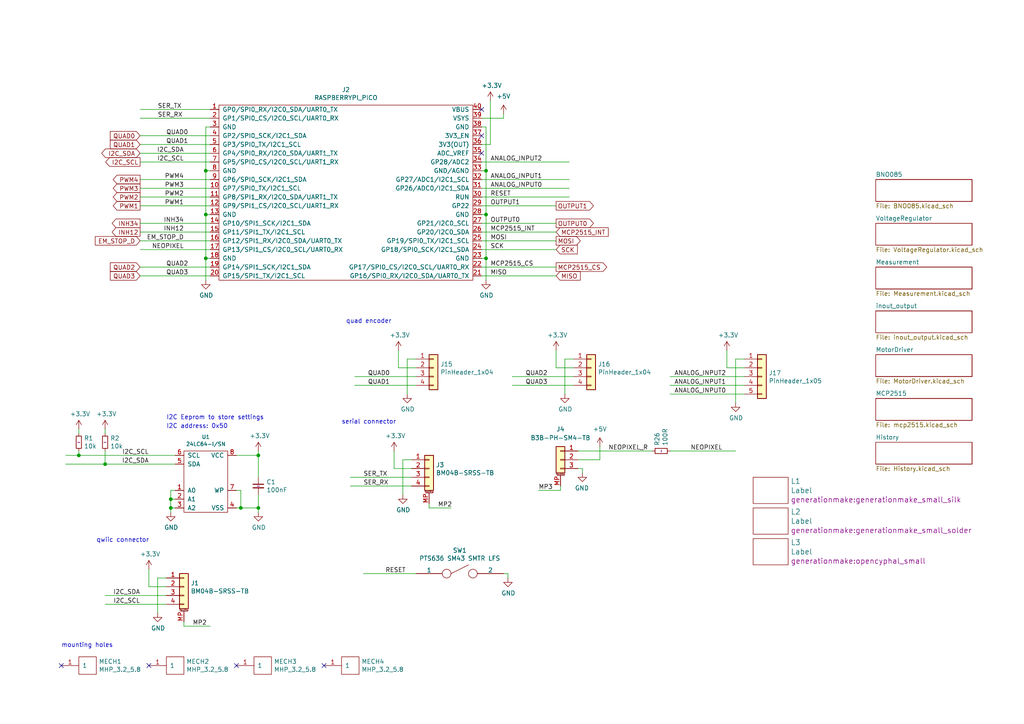
<source format=kicad_sch>
(kicad_sch (version 20211123) (generator eeschema)
  (paper "A4")
  (title_block (title "CyphalRobotController07/CAN") (date "2023-12-03") (rev "0.2") (company "generationmake"))
  (lib_symbols
    (symbol "Connector_Generic:Conn_01x04" (pin_names (offset 1.016) hide)
      (property "Reference" "J" (at 0 5.08 0))
      (property "Value" "Conn_01x04" (at 0 -7.62 0))
      (symbol "Conn_01x04_1_1"
        (rectangle (start -1.27 -4.953) (end 0 -5.207) (stroke (width 0.1524)))
        (rectangle (start -1.27 -2.413) (end 0 -2.667) (stroke (width 0.1524)))
        (rectangle (start -1.27 0.127) (end 0 -0.127) (stroke (width 0.1524)))
        (rectangle (start -1.27 2.667) (end 0 2.413) (stroke (width 0.1524)))
        (rectangle (start -1.27 3.81) (end 1.27 -6.35) (stroke (width 0.254)) (fill (type background)))
        (pin passive line (at -5.08 2.54 0) (length 3.81) (name "Pin_1") (number "1"))
        (pin passive line (at -5.08 0 0) (length 3.81) (name "Pin_2") (number "2"))
        (pin passive line (at -5.08 -2.54 0) (length 3.81) (name "Pin_3") (number "3"))
        (pin passive line (at -5.08 -5.08 0) (length 3.81) (name "Pin_4") (number "4"))
      )
    )
    (symbol "Connector_Generic:Conn_01x05" (pin_names (offset 1.016) hide)
      (property "Reference" "J" (at 0 7.62 0))
      (property "Value" "Conn_01x05" (at 0 -7.62 0))
      (symbol "Conn_01x05_1_1"
        (rectangle (start -1.27 -4.953) (end 0 -5.207) (stroke (width 0.1524)))
        (rectangle (start -1.27 -2.413) (end 0 -2.667) (stroke (width 0.1524)))
        (rectangle (start -1.27 0.127) (end 0 -0.127) (stroke (width 0.1524)))
        (rectangle (start -1.27 2.667) (end 0 2.413) (stroke (width 0.1524)))
        (rectangle (start -1.27 5.207) (end 0 4.953) (stroke (width 0.1524)))
        (rectangle (start -1.27 6.35) (end 1.27 -6.35) (stroke (width 0.254)) (fill (type background)))
        (pin passive line (at -5.08 5.08 0) (length 3.81) (name "Pin_1") (number "1"))
        (pin passive line (at -5.08 2.54 0) (length 3.81) (name "Pin_2") (number "2"))
        (pin passive line (at -5.08 0 0) (length 3.81) (name "Pin_3") (number "3"))
        (pin passive line (at -5.08 -2.54 0) (length 3.81) (name "Pin_4") (number "4"))
        (pin passive line (at -5.08 -5.08 0) (length 3.81) (name "Pin_5") (number "5"))
      )
    )
    (symbol "Connector_Generic_MountingPin:Conn_01x03_MountingPin" (pin_names (offset 1.016) hide)
      (property "Reference" "J" (at 0 5.08 0))
      (property "Value" "Conn_01x03_MountingPin" (at 1.27 -5.08 0))
      (symbol "Conn_01x03_MountingPin_1_1"
        (rectangle (start -1.27 -2.413) (end 0 -2.667) (stroke (width 0.1524)))
        (rectangle (start -1.27 0.127) (end 0 -0.127) (stroke (width 0.1524)))
        (rectangle (start -1.27 2.667) (end 0 2.413) (stroke (width 0.1524)))
        (rectangle (start -1.27 3.81) (end 1.27 -3.81) (stroke (width 0.254)) (fill (type background)))
        (polyline (pts (xy -1.016 -4.572) (xy 1.016 -4.572)) (stroke (width 0.1524)))
        (text "Mounting" (at 0 -4.191 0) (effects (font (size 0.381 0.381))))
        (pin passive line (at -5.08 2.54 0) (length 3.81) (name "Pin_1") (number "1"))
        (pin passive line (at -5.08 0 0) (length 3.81) (name "Pin_2") (number "2"))
        (pin passive line (at -5.08 -2.54 0) (length 3.81) (name "Pin_3") (number "3"))
        (pin passive line (at 0 -7.62 90) (length 3.048) (name "MountPin") (number "MP"))
      )
    )
    (symbol "Connector_Generic_MountingPin:Conn_01x04_MountingPin" (pin_names (offset 1.016) hide)
      (property "Reference" "J" (at 0 5.08 0))
      (property "Value" "Conn_01x04_MountingPin" (at 1.27 -7.62 0))
      (symbol "Conn_01x04_MountingPin_1_1"
        (rectangle (start -1.27 -4.953) (end 0 -5.207) (stroke (width 0.1524)))
        (rectangle (start -1.27 -2.413) (end 0 -2.667) (stroke (width 0.1524)))
        (rectangle (start -1.27 0.127) (end 0 -0.127) (stroke (width 0.1524)))
        (rectangle (start -1.27 2.667) (end 0 2.413) (stroke (width 0.1524)))
        (rectangle (start -1.27 3.81) (end 1.27 -6.35) (stroke (width 0.254)) (fill (type background)))
        (polyline (pts (xy -1.016 -7.112) (xy 1.016 -7.112)) (stroke (width 0.1524)))
        (text "Mounting" (at 0 -6.731 0) (effects (font (size 0.381 0.381))))
        (pin passive line (at -5.08 2.54 0) (length 3.81) (name "Pin_1") (number "1"))
        (pin passive line (at -5.08 0 0) (length 3.81) (name "Pin_2") (number "2"))
        (pin passive line (at -5.08 -2.54 0) (length 3.81) (name "Pin_3") (number "3"))
        (pin passive line (at -5.08 -5.08 0) (length 3.81) (name "Pin_4") (number "4"))
        (pin passive line (at 0 -10.16 90) (length 3.048) (name "MountPin") (number "MP"))
      )
    )
    (symbol "Device:C_Small" (pin_numbers hide) (pin_names (offset 0.254) hide)
      (property "Reference" "C" (at 0.254 1.778 0))
      (property "Value" "C_Small" (at 0.254 -2.032 0))
      (symbol "C_Small_0_1"
        (polyline (pts (xy -1.524 -0.508) (xy 1.524 -0.508)) (stroke (width 0.3302)))
        (polyline (pts (xy -1.524 0.508) (xy 1.524 0.508)) (stroke (width 0.3048)))
      )
      (symbol "C_Small_1_1"
        (pin passive line (at 0 2.54 270) (length 2.032) (name "~") (number "1"))
        (pin passive line (at 0 -2.54 90) (length 2.032) (name "~") (number "2"))
      )
    )
    (symbol "Device:R_Small" (pin_numbers hide) (pin_names (offset 0.254) hide)
      (property "Reference" "R" (at 0.762 0.508 0))
      (property "Value" "R_Small" (at 0.762 -1.016 0))
      (symbol "R_Small_0_1"
        (rectangle (start -0.762 1.778) (end 0.762 -1.778) (stroke (width 0.2032)))
      )
      (symbol "R_Small_1_1"
        (pin passive line (at 0 2.54 270) (length 0.762) (name "~") (number "1"))
        (pin passive line (at 0 -2.54 90) (length 0.762) (name "~") (number "2"))
      )
    )
    (symbol "OpenCyphalPicoBase-rescue:24LC64-IC_interface_i2c" (pin_names (offset 1.016))
      (property "Reference" "U" (at 0 10.16 0))
      (property "Value" "24LC64-IC_interface_i2c" (at 0 -10.16 0))
      (symbol "24LC64-IC_interface_i2c_0_1"
        (rectangle (start -6.35 8.89) (end 6.35 -8.89))
      )
      (symbol "24LC64-IC_interface_i2c_1_1"
        (pin input line (at -8.89 -2.54 0) (length 2.54) (name "A0") (number "1"))
        (pin input line (at -8.89 -5.08 0) (length 2.54) (name "A1") (number "2"))
        (pin input line (at -8.89 -7.62 0) (length 2.54) (name "A2") (number "3"))
        (pin input line (at 8.89 -7.62 180) (length 2.54) (name "VSS") (number "4"))
        (pin input line (at -8.89 5.08 0) (length 2.54) (name "SDA") (number "5"))
        (pin input line (at -8.89 7.62 0) (length 2.54) (name "SCL") (number "6"))
        (pin input line (at 8.89 -2.54 180) (length 2.54) (name "WP") (number "7"))
        (pin input line (at 8.89 7.62 180) (length 2.54) (name "VCC") (number "8"))
      )
    )
    (symbol "OpenCyphalPicoBase-rescue:Label-devices" (pin_names (offset 1.016))
      (property "Reference" "L" (at 0 5.08 0))
      (property "Value" "Label-devices" (at 0 0 0))
      (symbol "Label-devices_0_1"
        (rectangle (start -5.08 3.81) (end 5.08 -3.81))
      )
    )
    (symbol "OpenCyphalPicoBase-rescue:MHP_3.2_5.8-MECH_mounting-holes" (pin_names (offset 1.016))
      (property "Reference" "MECH" (at 0 3.81 0))
      (property "Value" "MHP_3.2_5.8-MECH_mounting-holes" (at 1.27 -3.81 0))
      (symbol "MHP_3.2_5.8-MECH_mounting-holes_1_1"
        (rectangle (start -2.54 2.54) (end 2.54 -2.54))
        (pin bidirectional line (at -7.62 0 0) (length 5.08) (name "1") (number "1"))
      )
    )
    (symbol "OpenCyphalPicoBase-rescue:RASPBERRYPI_PICO-MODULE_compute" (pin_names (offset 1.016))
      (property "Reference" "CN" (at 0 26.67 0))
      (property "Value" "RASPBERRYPI_PICO-MODULE_compute" (at 0 -26.67 0))
      (symbol "RASPBERRYPI_PICO-MODULE_compute_0_1"
        (rectangle (start -36.83 25.4) (end 36.83 -25.4))
      )
      (symbol "RASPBERRYPI_PICO-MODULE_compute_1_1"
        (pin input line (at -39.37 24.13 0) (length 2.54) (name "GP0/SPI0_RX/I2C0_SDA/UART0_TX") (number "1"))
        (pin input line (at -39.37 1.27 0) (length 2.54) (name "GP7/SPI0_TX/I2C1_SCL") (number "10"))
        (pin input line (at -39.37 -1.27 0) (length 2.54) (name "GP8/SPI1_RX/I2C0_SDA/UART1_TX") (number "11"))
        (pin input line (at -39.37 -3.81 0) (length 2.54) (name "GP9/SPI1_CS/I2C0_SCL/UART1_RX") (number "12"))
        (pin input line (at -39.37 -6.35 0) (length 2.54) (name "GND") (number "13"))
        (pin input line (at -39.37 -8.89 0) (length 2.54) (name "GP10/SPI1_SCK/I2C1_SDA") (number "14"))
        (pin input line (at -39.37 -11.43 0) (length 2.54) (name "GP11/SPI1_TX/I2C1_SCL") (number "15"))
        (pin input line (at -39.37 -13.97 0) (length 2.54) (name "GP12/SPI1_RX/I2C0_SDA/UART0_TX") (number "16"))
        (pin input line (at -39.37 -16.51 0) (length 2.54) (name "GP13/SPI1_CS/I2C0_SCL/UART0_RX") (number "17"))
        (pin input line (at -39.37 -19.05 0) (length 2.54) (name "GND") (number "18"))
        (pin input line (at -39.37 -21.59 0) (length 2.54) (name "GP14/SPI1_SCK/I2C1_SDA") (number "19"))
        (pin input line (at -39.37 21.59 0) (length 2.54) (name "GP1/SPI0_CS/I2C0_SCL/UART0_RX") (number "2"))
        (pin input line (at -39.37 -24.13 0) (length 2.54) (name "GP15/SPI1_TX/I2C1_SCL") (number "20"))
        (pin input line (at 39.37 -24.13 180) (length 2.54) (name "GP16/SPI0_RX/I2C0_SDA/UART0_TX") (number "21"))
        (pin input line (at 39.37 -21.59 180) (length 2.54) (name "GP17/SPI0_CS/I2C0_SCL/UART0_RX") (number "22"))
        (pin input line (at 39.37 -19.05 180) (length 2.54) (name "GND") (number "23"))
        (pin input line (at 39.37 -16.51 180) (length 2.54) (name "GP18/SPI0_SCK/I2C1_SDA") (number "24"))
        (pin input line (at 39.37 -13.97 180) (length 2.54) (name "GP19/SPI0_TX/I2C1_SCL") (number "25"))
        (pin input line (at 39.37 -11.43 180) (length 2.54) (name "GP20/I2C0_SDA") (number "26"))
        (pin input line (at 39.37 -8.89 180) (length 2.54) (name "GP21/I2C0_SCL") (number "27"))
        (pin input line (at 39.37 -6.35 180) (length 2.54) (name "GND") (number "28"))
        (pin input line (at 39.37 -3.81 180) (length 2.54) (name "GP22") (number "29"))
        (pin input line (at -39.37 19.05 0) (length 2.54) (name "GND") (number "3"))
        (pin input line (at 39.37 -1.27 180) (length 2.54) (name "RUN") (number "30"))
        (pin input line (at 39.37 1.27 180) (length 2.54) (name "GP26/ADC0/I2C1_SDA") (number "31"))
        (pin input line (at 39.37 3.81 180) (length 2.54) (name "GP27/ADC1/I2C1_SCL") (number "32"))
        (pin input line (at 39.37 6.35 180) (length 2.54) (name "GND/AGND") (number "33"))
        (pin input line (at 39.37 8.89 180) (length 2.54) (name "GP28/ADC2") (number "34"))
        (pin input line (at 39.37 11.43 180) (length 2.54) (name "ADC_VREF") (number "35"))
        (pin input line (at 39.37 13.97 180) (length 2.54) (name "3V3(OUT)") (number "36"))
        (pin input line (at 39.37 16.51 180) (length 2.54) (name "3V3_EN") (number "37"))
        (pin input line (at 39.37 19.05 180) (length 2.54) (name "GND") (number "38"))
        (pin input line (at 39.37 21.59 180) (length 2.54) (name "VSYS") (number "39"))
        (pin input line (at -39.37 16.51 0) (length 2.54) (name "GP2/SPI0_SCK/I2C1_SDA") (number "4"))
        (pin input line (at 39.37 24.13 180) (length 2.54) (name "VBUS") (number "40"))
        (pin input line (at -39.37 13.97 0) (length 2.54) (name "GP3/SPI0_TX/I2C1_SCL") (number "5"))
        (pin input line (at -39.37 11.43 0) (length 2.54) (name "GP4/SPI0_RX/I2C0_SDA/UART1_TX") (number "6"))
        (pin input line (at -39.37 8.89 0) (length 2.54) (name "GP5/SPI0_CS/I2C0_SCL/UART1_RX") (number "7"))
        (pin input line (at -39.37 6.35 0) (length 2.54) (name "GND") (number "8"))
        (pin input line (at -39.37 3.81 0) (length 2.54) (name "GP6/SPI0_SCK/I2C1_SDA") (number "9"))
      )
    )
    (symbol "OpenCyphalPicoBase-rescue:SPST-devices" (pin_numbers hide) (pin_names (offset 0))
      (property "Reference" "SW" (at 0 2.54 0))
      (property "Value" "SPST-devices" (at 0 -2.54 0))
      (symbol "SPST-devices_0_0"
        (circle (center -3.81 0) (radius 1.27))
        (polyline (pts (xy -2.54 0) (xy 2.54 2.54)))
        (circle (center 3.81 0) (radius 1.27))
      )
      (symbol "SPST-devices_1_1"
        (pin input line (at -12.7 0 0) (length 7.62) (name "1") (number "1"))
        (pin input line (at 12.7 0 180) (length 7.62) (name "2") (number "2"))
      )
    )
    (symbol "power:+3.3V" (power) (pin_names (offset 0))
      (property "Value" "+3.3V" (at 0 3.556 0))
      (symbol "+3.3V_0_1"
        (polyline (pts (xy -0.762 1.27) (xy 0 2.54)))
        (polyline (pts (xy 0 0) (xy 0 2.54)))
        (polyline (pts (xy 0 2.54) (xy 0.762 1.27)))
      )
      (symbol "+3.3V_1_1"
        (pin power_in line (at 0 0 90) (length 0) hide (name "+3.3V") (number "1"))
      )
    )
    (symbol "power:+5V" (power) (pin_names (offset 0))
      (property "Value" "+5V" (at 0 3.556 0))
      (symbol "+5V_0_1"
        (polyline (pts (xy -0.762 1.27) (xy 0 2.54)))
        (polyline (pts (xy 0 0) (xy 0 2.54)))
        (polyline (pts (xy 0 2.54) (xy 0.762 1.27)))
      )
      (symbol "+5V_1_1"
        (pin power_in line (at 0 0 90) (length 0) hide (name "+5V") (number "1"))
      )
    )
    (symbol "power:GND" (power) (pin_names (offset 0))
      (property "Value" "GND" (at 0 -3.81 0))
      (symbol "GND_0_1"
        (polyline (pts (xy 0 0) (xy 0 -1.27) (xy 1.27 -1.27) (xy 0 -2.54) (xy -1.27 -1.27) (xy 0 -1.27)))
      )
      (symbol "GND_1_1"
        (pin power_in line (at 0 0 270) (length 0) hide (name "GND") (number "1"))
      )
    )
  )
  (junction (at 30.48 134.62))
  (junction (at 74.93 147.32))
  (junction (at 140.97 62.23))
  (junction (at 59.69 74.93))
  (junction (at 49.53 147.32))
  (junction (at 22.86 132.08))
  (junction (at 74.93 132.08))
  (junction (at 140.97 74.93))
  (junction (at 140.97 49.53))
  (junction (at 49.53 144.78))
  (junction (at 69.85 147.32))
  (junction (at 59.69 62.23))
  (junction (at 59.69 49.53))
  (no_connect (at 139.7 44.45))
  (no_connect (at 93.98 193.04))
  (no_connect (at 17.78 193.04))
  (no_connect (at 139.7 39.37))
  (no_connect (at 43.18 193.04))
  (no_connect (at 139.7 31.75))
  (no_connect (at 68.58 193.04))
  (wire (pts (xy 140.97 74.93) (xy 140.97 81.28)))
  (wire (pts (xy 50.8 142.24) (xy 49.53 142.24)))
  (wire (pts (xy 163.83 104.14) (xy 163.83 114.3)))
  (wire (pts (xy 30.48 175.26) (xy 48.26 175.26)))
  (wire (pts (xy 48.26 167.64) (xy 45.72 167.64)))
  (wire (pts (xy 22.86 124.46) (xy 22.86 125.73)))
  (wire (pts (xy 101.6 138.43) (xy 119.38 138.43)))
  (wire (pts (xy 74.93 147.32) (xy 74.93 148.59)))
  (wire (pts (xy 69.85 147.32) (xy 74.93 147.32)))
  (wire (pts (xy 45.72 167.64) (xy 45.72 177.8)))
  (wire (pts (xy 40.64 77.47) (xy 60.96 77.47)))
  (wire (pts (xy 166.37 106.68) (xy 161.29 106.68)))
  (wire (pts (xy 40.64 46.99) (xy 60.96 46.99)))
  (wire (pts (xy 30.48 134.62) (xy 50.8 134.62)))
  (wire (pts (xy 68.58 147.32) (xy 69.85 147.32)))
  (wire (pts (xy 40.64 59.69) (xy 60.96 59.69)))
  (wire (pts (xy 22.86 132.08) (xy 50.8 132.08)))
  (wire (pts (xy 50.8 144.78) (xy 49.53 144.78)))
  (wire (pts (xy 40.64 34.29) (xy 60.96 34.29)))
  (wire (pts (xy 49.53 142.24) (xy 49.53 144.78)))
  (wire (pts (xy 140.97 49.53) (xy 140.97 62.23)))
  (wire (pts (xy 161.29 67.31) (xy 139.7 67.31)))
  (wire (pts (xy 59.69 36.83) (xy 59.69 49.53)))
  (wire (pts (xy 120.65 104.14) (xy 118.11 104.14)))
  (wire (pts (xy 139.7 36.83) (xy 140.97 36.83)))
  (wire (pts (xy 60.96 181.61) (xy 53.34 181.61)))
  (wire (pts (xy 74.93 132.08) (xy 74.93 138.43)))
  (wire (pts (xy 162.56 142.24) (xy 162.56 140.97)))
  (wire (pts (xy 59.69 74.93) (xy 59.69 81.28)))
  (wire (pts (xy 140.97 36.83) (xy 140.97 49.53)))
  (wire (pts (xy 161.29 80.01) (xy 139.7 80.01)))
  (wire (pts (xy 69.85 142.24) (xy 69.85 147.32)))
  (wire (pts (xy 59.69 62.23) (xy 59.69 74.93)))
  (wire (pts (xy 189.23 130.81) (xy 167.64 130.81)))
  (wire (pts (xy 102.87 111.76) (xy 120.65 111.76)))
  (wire (pts (xy 118.11 104.14) (xy 118.11 114.3)))
  (wire (pts (xy 40.64 44.45) (xy 60.96 44.45)))
  (wire (pts (xy 119.38 133.35) (xy 116.84 133.35)))
  (wire (pts (xy 148.59 111.76) (xy 166.37 111.76)))
  (wire (pts (xy 114.3 135.89) (xy 114.3 130.81)))
  (wire (pts (xy 43.18 170.18) (xy 43.18 165.1)))
  (wire (pts (xy 215.9 106.68) (xy 210.82 106.68)))
  (wire (pts (xy 215.9 104.14) (xy 213.36 104.14)))
  (wire (pts (xy 139.7 49.53) (xy 140.97 49.53)))
  (wire (pts (xy 139.7 41.91) (xy 142.24 41.91)))
  (wire (pts (xy 165.1 52.07) (xy 139.7 52.07)))
  (wire (pts (xy 105.41 166.37) (xy 120.65 166.37)))
  (wire (pts (xy 116.84 133.35) (xy 116.84 143.51)))
  (wire (pts (xy 139.7 54.61) (xy 165.1 54.61)))
  (wire (pts (xy 68.58 142.24) (xy 69.85 142.24)))
  (wire (pts (xy 22.86 130.81) (xy 22.86 132.08)))
  (wire (pts (xy 173.99 133.35) (xy 173.99 129.54)))
  (wire (pts (xy 60.96 36.83) (xy 59.69 36.83)))
  (wire (pts (xy 194.31 109.22) (xy 215.9 109.22)))
  (wire (pts (xy 60.96 49.53) (xy 59.69 49.53)))
  (wire (pts (xy 74.93 130.81) (xy 74.93 132.08)))
  (wire (pts (xy 49.53 147.32) (xy 49.53 148.59)))
  (wire (pts (xy 161.29 106.68) (xy 161.29 101.6)))
  (wire (pts (xy 161.29 72.39) (xy 139.7 72.39)))
  (wire (pts (xy 119.38 135.89) (xy 114.3 135.89)))
  (wire (pts (xy 40.64 41.91) (xy 60.96 41.91)))
  (wire (pts (xy 139.7 59.69) (xy 161.29 59.69)))
  (wire (pts (xy 167.64 135.89) (xy 168.91 135.89)))
  (wire (pts (xy 19.05 134.62) (xy 30.48 134.62)))
  (wire (pts (xy 60.96 62.23) (xy 59.69 62.23)))
  (wire (pts (xy 19.05 132.08) (xy 22.86 132.08)))
  (wire (pts (xy 120.65 106.68) (xy 115.57 106.68)))
  (wire (pts (xy 48.26 170.18) (xy 43.18 170.18)))
  (wire (pts (xy 53.34 181.61) (xy 53.34 180.34)))
  (wire (pts (xy 40.64 67.31) (xy 60.96 67.31)))
  (wire (pts (xy 40.64 52.07) (xy 60.96 52.07)))
  (wire (pts (xy 166.37 104.14) (xy 163.83 104.14)))
  (wire (pts (xy 148.59 109.22) (xy 166.37 109.22)))
  (wire (pts (xy 40.64 64.77) (xy 60.96 64.77)))
  (wire (pts (xy 140.97 62.23) (xy 140.97 74.93)))
  (wire (pts (xy 130.81 147.32) (xy 124.46 147.32)))
  (wire (pts (xy 139.7 74.93) (xy 140.97 74.93)))
  (wire (pts (xy 102.87 109.22) (xy 120.65 109.22)))
  (wire (pts (xy 59.69 49.53) (xy 59.69 62.23)))
  (wire (pts (xy 168.91 135.89) (xy 168.91 137.16)))
  (wire (pts (xy 40.64 39.37) (xy 60.96 39.37)))
  (wire (pts (xy 30.48 172.72) (xy 48.26 172.72)))
  (wire (pts (xy 40.64 72.39) (xy 60.96 72.39)))
  (wire (pts (xy 74.93 143.51) (xy 74.93 147.32)))
  (wire (pts (xy 147.32 166.37) (xy 147.32 167.64)))
  (wire (pts (xy 40.64 31.75) (xy 60.96 31.75)))
  (wire (pts (xy 210.82 106.68) (xy 210.82 101.6)))
  (wire (pts (xy 142.24 41.91) (xy 142.24 29.21)))
  (wire (pts (xy 40.64 54.61) (xy 60.96 54.61)))
  (wire (pts (xy 50.8 147.32) (xy 49.53 147.32)))
  (wire (pts (xy 156.21 142.24) (xy 162.56 142.24)))
  (wire (pts (xy 139.7 34.29) (xy 146.05 34.29)))
  (wire (pts (xy 213.36 104.14) (xy 213.36 116.84)))
  (wire (pts (xy 124.46 147.32) (xy 124.46 146.05)))
  (wire (pts (xy 49.53 144.78) (xy 49.53 147.32)))
  (wire (pts (xy 165.1 57.15) (xy 139.7 57.15)))
  (wire (pts (xy 146.05 166.37) (xy 147.32 166.37)))
  (wire (pts (xy 139.7 62.23) (xy 140.97 62.23)))
  (wire (pts (xy 30.48 130.81) (xy 30.48 134.62)))
  (wire (pts (xy 146.05 34.29) (xy 146.05 33.02)))
  (wire (pts (xy 161.29 77.47) (xy 139.7 77.47)))
  (wire (pts (xy 30.48 124.46) (xy 30.48 125.73)))
  (wire (pts (xy 60.96 74.93) (xy 59.69 74.93)))
  (wire (pts (xy 40.64 57.15) (xy 60.96 57.15)))
  (wire (pts (xy 40.64 69.85) (xy 60.96 69.85)))
  (wire (pts (xy 194.31 114.3) (xy 215.9 114.3)))
  (wire (pts (xy 101.6 140.97) (xy 119.38 140.97)))
  (wire (pts (xy 139.7 64.77) (xy 161.29 64.77)))
  (wire (pts (xy 115.57 106.68) (xy 115.57 101.6)))
  (wire (pts (xy 167.64 133.35) (xy 173.99 133.35)))
  (wire (pts (xy 194.31 111.76) (xy 215.9 111.76)))
  (wire (pts (xy 40.64 80.01) (xy 60.96 80.01)))
  (wire (pts (xy 68.58 132.08) (xy 74.93 132.08)))
  (wire (pts (xy 194.31 130.81) (xy 213.36 130.81)))
  (wire (pts (xy 161.29 69.85) (xy 139.7 69.85)))
  (wire (pts (xy 165.1 46.99) (xy 139.7 46.99)))
  (text "quad encoder" (at 100.33 93.98 0) (effects (font (size 1.27 1.27)) (justify left bottom)))
  (text "serial connector" (at 99.06 123.19 0) (effects (font (size 1.27 1.27)) (justify left bottom)))
  (text "qwiic connector" (at 27.94 157.48 0) (effects (font (size 1.27 1.27)) (justify left bottom)))
  (text "mounting holes" (at 17.78 187.96 0) (effects (font (size 1.27 1.27)) (justify left bottom)))
  (text "I2C address: 0x50" (at 48.26 124.46 0) (effects (font (size 1.27 1.27)) (justify left bottom)))
  (text "I2C Eeprom to store settings" (at 48.26 121.92 0) (effects (font (size 1.27 1.27)) (justify left bottom)))
  (label "ANALOG_INPUT0" (at 142.24 54.61 0))
  (label "RESET" (at 142.24 57.15 0))
  (label "MP3" (at 156.21 142.24 0))
  (label "I2C_SCL" (at 43.18 132.08 180))
  (label "SER_TX" (at 45.72 31.75 0))
  (label "NEOPIXEL" (at 209.55 130.81 180))
  (label "MP2" (at 55.88 181.61 0))
  (label "QUAD1" (at 106.68 111.76 0))
  (label "MOSI" (at 142.24 69.85 0))
  (label "QUAD0" (at 106.68 109.22 0))
  (label "OUTPUT0" (at 142.24 64.77 0))
  (label "ANALOG_INPUT1" (at 142.24 52.07 0))
  (label "SER_RX" (at 45.72 34.29 0))
  (label "I2C_SCL" (at 53.34 46.99 180))
  (label "QUAD2" (at 152.4 109.22 0))
  (label "QUAD1" (at 54.61 41.91 180))
  (label "PWM3" (at 53.34 54.61 180))
  (label "QUAD3" (at 152.4 111.76 0))
  (label "PWM1" (at 53.34 59.69 180))
  (label "ANALOG_INPUT2" (at 142.24 46.99 0))
  (label "OUTPUT1" (at 142.24 59.69 0))
  (label "SER_RX" (at 105.41 140.97 0))
  (label "I2C_SDA" (at 40.64 172.72 180))
  (label "ANALOG_INPUT2" (at 195.58 109.22 0))
  (label "I2C_SCL" (at 40.64 175.26 180))
  (label "INH34" (at 53.34 64.77 180))
  (label "QUAD2" (at 54.61 77.47 180))
  (label "I2C_SDA" (at 53.34 44.45 180))
  (label "EM_STOP_D" (at 53.34 69.85 180))
  (label "RESET" (at 111.76 166.37 0))
  (label "QUAD0" (at 54.61 39.37 180))
  (label "INH12" (at 53.34 67.31 180))
  (label "PWM2" (at 53.34 57.15 180))
  (label "ANALOG_INPUT0" (at 195.58 114.3 0))
  (label "NEOPIXEL_R" (at 187.96 130.81 180))
  (label "SCK" (at 142.24 72.39 0))
  (label "PWM4" (at 53.34 52.07 180))
  (label "ANALOG_INPUT1" (at 195.58 111.76 0))
  (label "SER_TX" (at 105.41 138.43 0))
  (label "MISO" (at 142.24 80.01 0))
  (label "QUAD3" (at 54.61 80.01 180))
  (label "MCP2515_INT" (at 142.24 67.31 0))
  (label "MP2" (at 127 147.32 0))
  (label "I2C_SDA" (at 43.18 134.62 180))
  (label "MCP2515_CS" (at 142.24 77.47 0))
  (label "NEOPIXEL" (at 53.34 72.39 180))
  (global_label "PWM1" (shape output) (at 40.64 59.69 180) (property "Referenzen zwischen Schaltplänen" "${INTERSHEET_REFS}" (effects hide)))
  (global_label "MISO" (shape input) (at 161.29 80.01 0) (property "Referenzen zwischen Schaltplänen" "${INTERSHEET_REFS}" (effects hide)))
  (global_label "EM_STOP_D" (shape input) (at 40.64 69.85 180) (property "Referenzen zwischen Schaltplänen" "${INTERSHEET_REFS}" (effects hide)))
  (global_label "I2C_SDA" (shape bidirectional) (at 40.64 44.45 180) (property "Referenzen zwischen Schaltplänen" "${INTERSHEET_REFS}" (effects hide)))
  (global_label "QUAD1" (shape input) (at 40.64 41.91 180) (property "Referenzen zwischen Schaltplänen" "${INTERSHEET_REFS}" (effects hide)))
  (global_label "OUTPUT1" (shape output) (at 161.29 59.69 0) (property "Referenzen zwischen Schaltplänen" "${INTERSHEET_REFS}" (effects hide)))
  (global_label "PWM2" (shape output) (at 40.64 57.15 180) (property "Referenzen zwischen Schaltplänen" "${INTERSHEET_REFS}" (effects hide)))
  (global_label "QUAD2" (shape input) (at 40.64 77.47 180) (property "Referenzen zwischen Schaltplänen" "${INTERSHEET_REFS}" (effects hide)))
  (global_label "PWM3" (shape output) (at 40.64 54.61 180) (property "Referenzen zwischen Schaltplänen" "${INTERSHEET_REFS}" (effects hide)))
  (global_label "INH12" (shape output) (at 40.64 67.31 180) (property "Referenzen zwischen Schaltplänen" "${INTERSHEET_REFS}" (effects hide)))
  (global_label "QUAD3" (shape input) (at 40.64 80.01 180) (property "Referenzen zwischen Schaltplänen" "${INTERSHEET_REFS}" (effects hide)))
  (global_label "OUTPUT0" (shape output) (at 161.29 64.77 0) (property "Referenzen zwischen Schaltplänen" "${INTERSHEET_REFS}" (effects hide)))
  (global_label "MOSI" (shape output) (at 161.29 69.85 0) (property "Referenzen zwischen Schaltplänen" "${INTERSHEET_REFS}" (effects hide)))
  (global_label "MCP2515_CS" (shape output) (at 161.29 77.47 0) (property "Referenzen zwischen Schaltplänen" "${INTERSHEET_REFS}" (effects hide)))
  (global_label "INH34" (shape output) (at 40.64 64.77 180) (property "Referenzen zwischen Schaltplänen" "${INTERSHEET_REFS}" (effects hide)))
  (global_label "PWM4" (shape output) (at 40.64 52.07 180) (property "Referenzen zwischen Schaltplänen" "${INTERSHEET_REFS}" (effects hide)))
  (global_label "SCK" (shape input) (at 161.29 72.39 0) (property "Referenzen zwischen Schaltplänen" "${INTERSHEET_REFS}" (effects hide)))
  (global_label "QUAD0" (shape input) (at 40.64 39.37 180) (property "Referenzen zwischen Schaltplänen" "${INTERSHEET_REFS}" (effects hide)))
  (global_label "MCP2515_INT" (shape input) (at 161.29 67.31 0) (property "Referenzen zwischen Schaltplänen" "${INTERSHEET_REFS}" (effects hide)))
  (global_label "I2C_SCL" (shape output) (at 40.64 46.99 180) (property "Referenzen zwischen Schaltplänen" "${INTERSHEET_REFS}" (effects hide)))
  (symbol (lib_id "OpenCyphalPicoBase-rescue:MHP_3.2_5.8-MECH_mounting-holes") (at 25.4 193.04 0) (unit 1) (in_bom no)
    (property "Reference" "MECH1" (at 28.6512 191.8716 0) (effects (justify left)))
    (property "Value" "MHP_3.2_5.8" (at 28.6512 194.183 0) (effects (justify left)))
    (property "Footprint" "generationmake:MHP_3.2_5.8" (effects hide))
  )
  (symbol (lib_id "OpenCyphalPicoBase-rescue:MHP_3.2_5.8-MECH_mounting-holes") (at 50.8 193.04 0) (unit 1) (in_bom no)
    (property "Reference" "MECH2" (at 54.0512 191.8716 0) (effects (justify left)))
    (property "Value" "MHP_3.2_5.8" (at 54.0512 194.183 0) (effects (justify left)))
    (property "Footprint" "generationmake:MHP_3.2_5.8" (effects hide))
  )
  (symbol (lib_id "OpenCyphalPicoBase-rescue:MHP_3.2_5.8-MECH_mounting-holes") (at 76.2 193.04 0) (unit 1) (in_bom no)
    (property "Reference" "MECH3" (at 79.4512 191.8716 0) (effects (justify left)))
    (property "Value" "MHP_3.2_5.8" (at 79.4512 194.183 0) (effects (justify left)))
    (property "Footprint" "generationmake:MHP_3.2_5.8" (effects hide))
  )
  (symbol (lib_id "OpenCyphalPicoBase-rescue:MHP_3.2_5.8-MECH_mounting-holes") (at 101.6 193.04 0) (unit 1) (in_bom no)
    (property "Reference" "MECH4" (at 104.8512 191.8716 0) (effects (justify left)))
    (property "Value" "MHP_3.2_5.8" (at 104.8512 194.183 0) (effects (justify left)))
    (property "Footprint" "generationmake:MHP_3.2_5.8" (effects hide))
  )
  (symbol (lib_id "power:GND") (at 59.69 81.28 0) (unit 1)
    (property "Reference" "#PWR06" (effects hide))
    (property "Value" "GND" (at 59.817 85.6742 0))
  )
  (symbol (lib_id "power:+3.3V") (at 142.24 29.21 0) (unit 1)
    (property "Reference" "#PWR012" (effects hide))
    (property "Value" "+3.3V" (at 142.621 24.8158 0))
  )
  (symbol (lib_id "Connector_Generic_MountingPin:Conn_01x04_MountingPin") (at 124.46 135.89 0) (unit 1)
    (property "Reference" "J3" (at 126.4412 134.8486 0) (effects (justify left)))
    (property "Value" "BM04B-SRSS-TB" (at 126.4412 137.16 0) (effects (justify left)))
    (property "Footprint" "Connector_JST:JST_SH_BM04B-SRSS-TB_1x04-1MP_P1.00mm_Vertical" (effects hide))
  )
  (symbol (lib_id "power:GND") (at 116.84 143.51 0) (unit 1)
    (property "Reference" "#PWR010" (effects hide))
    (property "Value" "GND" (at 116.967 147.9042 0))
  )
  (symbol (lib_id "power:+3.3V") (at 114.3 130.81 0) (unit 1)
    (property "Reference" "#PWR09" (effects hide))
    (property "Value" "+3.3V" (at 114.681 126.4158 0))
  )
  (symbol (lib_id "Device:R_Small") (at 22.86 128.27 0) (unit 1)
    (property "Reference" "R1" (at 24.3586 127.1016 0) (effects (justify left)))
    (property "Value" "10k" (at 24.3586 129.413 0) (effects (justify left)))
    (property "Footprint" "Resistor_SMD:R_0603_1608Metric" (effects hide))
    (property "Datasheet" "~" (at 22.86 128.27 0))
  )
  (symbol (lib_id "Device:R_Small") (at 30.48 128.27 0) (unit 1)
    (property "Reference" "R2" (at 31.9786 127.1016 0) (effects (justify left)))
    (property "Value" "10k" (at 31.9786 129.413 0) (effects (justify left)))
    (property "Footprint" "Resistor_SMD:R_0603_1608Metric" (effects hide))
    (property "Datasheet" "~" (at 30.48 128.27 0))
  )
  (symbol (lib_id "power:+3.3V") (at 22.86 124.46 0) (unit 1)
    (property "Reference" "#PWR01" (effects hide))
    (property "Value" "+3.3V" (at 23.241 120.0658 0))
  )
  (symbol (lib_id "power:+3.3V") (at 30.48 124.46 0) (unit 1)
    (property "Reference" "#PWR02" (effects hide))
    (property "Value" "+3.3V" (at 30.861 120.0658 0))
  )
  (symbol (lib_id "power:GND") (at 45.72 177.8 0) (unit 1)
    (property "Reference" "#PWR04" (effects hide))
    (property "Value" "GND" (at 45.847 182.1942 0))
  )
  (symbol (lib_id "Connector_Generic_MountingPin:Conn_01x04_MountingPin") (at 53.34 170.18 0) (unit 1)
    (property "Reference" "J1" (at 55.3212 169.1386 0) (effects (justify left)))
    (property "Value" "BM04B-SRSS-TB" (at 55.3212 171.45 0) (effects (justify left)))
    (property "Footprint" "Connector_JST:JST_SH_BM04B-SRSS-TB_1x04-1MP_P1.00mm_Vertical" (effects hide))
  )
  (symbol (lib_id "power:+3.3V") (at 43.18 165.1 0) (unit 1)
    (property "Reference" "#PWR03" (effects hide))
    (property "Value" "+3.3V" (at 43.561 160.7058 0))
  )
  (symbol (lib_id "OpenCyphalPicoBase-rescue:24LC64-IC_interface_i2c") (at 59.69 139.7 0) (unit 1)
    (property "Reference" "U1" (at 59.69 126.746 0) (effects (font (size 1.0922 1.0922))))
    (property "Value" "24LC64-I/SN" (at 59.69 128.8034 0) (effects (font (size 1.0922 1.0922))))
    (property "Footprint" "Package_SO:SOIC-8_3.9x4.9mm_P1.27mm" (effects hide))
  )
  (symbol (lib_id "Device:C_Small") (at 74.93 140.97 0) (unit 1)
    (property "Reference" "C1" (at 77.2668 139.8016 0) (effects (justify left)))
    (property "Value" "100nF" (at 77.2668 142.113 0) (effects (justify left)))
    (property "Footprint" "Capacitor_SMD:C_0603_1608Metric" (effects hide))
    (property "Datasheet" "~" (at 74.93 140.97 0))
  )
  (symbol (lib_id "power:+3.3V") (at 74.93 130.81 0) (unit 1)
    (property "Reference" "#PWR07" (effects hide))
    (property "Value" "+3.3V" (at 75.311 126.4158 0))
  )
  (symbol (lib_id "power:GND") (at 74.93 148.59 0) (unit 1)
    (property "Reference" "#PWR08" (effects hide))
    (property "Value" "GND" (at 75.057 152.9842 0))
  )
  (symbol (lib_id "power:GND") (at 49.53 148.59 0) (unit 1)
    (property "Reference" "#PWR05" (effects hide))
    (property "Value" "GND" (at 49.657 152.9842 0))
  )
  (symbol (lib_id "OpenCyphalPicoBase-rescue:Label-devices") (at 223.52 142.24 0) (unit 1) (in_bom no)
    (property "Reference" "L1" (at 229.3112 139.5476 0) (effects (font (size 1.524 1.524)) (justify left)))
    (property "Value" "Label" (at 229.3112 142.24 0) (effects (font (size 1.524 1.524)) (justify left)))
    (property "Footprint" "generationmake:generationmake_small_silk" (at 229.3112 144.9324 0) (effects (font (size 1.524 1.524)) (justify left)))
  )
  (symbol (lib_id "OpenCyphalPicoBase-rescue:Label-devices") (at 223.52 151.13 0) (unit 1) (in_bom no)
    (property "Reference" "L2" (at 229.3112 148.4376 0) (effects (font (size 1.524 1.524)) (justify left)))
    (property "Value" "Label" (at 229.3112 151.13 0) (effects (font (size 1.524 1.524)) (justify left)))
    (property "Footprint" "generationmake:generationmake_small_solder" (at 229.3112 153.8224 0) (effects (font (size 1.524 1.524)) (justify left)))
  )
  (symbol (lib_id "OpenCyphalPicoBase-rescue:Label-devices") (at 223.52 160.02 0) (unit 1) (in_bom no)
    (property "Reference" "L3" (at 229.3112 157.3276 0) (effects (font (size 1.524 1.524)) (justify left)))
    (property "Value" "Label" (at 229.3112 160.02 0) (effects (font (size 1.524 1.524)) (justify left)))
    (property "Footprint" "generationmake:opencyphal_small" (at 229.3112 162.7124 0) (effects (font (size 1.524 1.524)) (justify left)))
  )
  (symbol (lib_id "OpenCyphalPicoBase-rescue:RASPBERRYPI_PICO-MODULE_compute") (at 100.33 55.88 0) (unit 1) (in_bom no)
    (property "Reference" "J2" (at 100.33 26.035 0))
    (property "Value" "RASPBERRYPI_PICO" (at 100.33 28.3464 0))
    (property "Footprint" "generationmake:RASPI_PICO_SOLDER_Kopie" (effects hide))
  )
  (symbol (lib_id "power:GND") (at 140.97 81.28 0) (unit 1)
    (property "Reference" "#PWR011" (effects hide))
    (property "Value" "GND" (at 141.097 85.6742 0))
  )
  (symbol (lib_id "OpenCyphalPicoBase-rescue:SPST-devices") (at 133.35 166.37 0) (unit 1)
    (property "Reference" "SW1" (at 133.35 159.639 0))
    (property "Value" "PTS636 SM43 SMTR LFS" (at 133.35 161.9504 0))
    (property "Footprint" "Button_Switch_SMD:SW_SPST_CK_RS282G05A3" (effects hide))
  )
  (symbol (lib_id "power:GND") (at 147.32 167.64 0) (unit 1)
    (property "Reference" "#PWR014" (effects hide))
    (property "Value" "GND" (at 147.447 172.0342 0))
  )
  (symbol (lib_id "Device:R_Small") (at 191.77 130.81 90) (unit 1)
    (property "Reference" "R26" (at 190.6016 129.3114 0) (effects (justify left)))
    (property "Value" "100R" (at 192.913 129.3114 0) (effects (justify left)))
    (property "Footprint" "Resistor_SMD:R_0603_1608Metric" (effects hide))
    (property "Datasheet" "~" (at 191.77 130.81 0))
  )
  (symbol (lib_id "Connector_Generic:Conn_01x04") (at 125.73 106.68 0) (unit 1)
    (property "Reference" "J15" (at 127.7112 105.6386 0) (effects (justify left)))
    (property "Value" "PinHeader_1x04" (at 127.7112 107.95 0) (effects (justify left)))
    (property "Footprint" "Connector_PinHeader_2.54mm:PinHeader_1x04_P2.54mm_Vertical" (effects hide))
  )
  (symbol (lib_id "Connector_Generic:Conn_01x05") (at 220.98 109.22 0) (unit 1)
    (property "Reference" "J17" (at 222.9612 108.1786 0) (effects (justify left)))
    (property "Value" "PinHeader_1x05" (at 222.9612 110.49 0) (effects (justify left)))
    (property "Footprint" "Connector_PinHeader_2.54mm:PinHeader_1x05_P2.54mm_Vertical" (effects hide))
  )
  (symbol (lib_id "Connector_Generic_MountingPin:Conn_01x03_MountingPin") (at 162.56 133.35 0) (mirror y) (unit 1)
    (property "Reference" "J4" (at 162.56 124.46 0))
    (property "Value" "B3B-PH-SM4-TB" (at 162.56 127 0))
    (property "Footprint" "Connector_JST:JST_PH_B3B-PH-SM4-TB_1x03-1MP_P2.00mm_Vertical" (effects hide))
  )
  (symbol (lib_id "Connector_Generic:Conn_01x04") (at 171.45 106.68 0) (unit 1)
    (property "Reference" "J16" (at 173.4312 105.6386 0) (effects (justify left)))
    (property "Value" "PinHeader_1x04" (at 173.4312 107.95 0) (effects (justify left)))
    (property "Footprint" "Connector_PinHeader_2.54mm:PinHeader_1x04_P2.54mm_Vertical" (effects hide))
  )
  (symbol (lib_id "power:GND") (at 118.11 114.3 0) (unit 1)
    (property "Reference" "#PWR021" (effects hide))
    (property "Value" "GND" (at 118.237 118.6942 0))
  )
  (symbol (lib_id "power:+5V") (at 146.05 33.02 0) (unit 1)
    (property "Reference" "#PWR013" (effects hide))
    (property "Value" "+5V" (at 146.05 27.94 0))
  )
  (symbol (lib_id "power:+3.3V") (at 115.57 101.6 0) (unit 1)
    (property "Reference" "#PWR019" (effects hide))
    (property "Value" "+3.3V" (at 115.951 97.2058 0))
  )
  (symbol (lib_id "power:GND") (at 213.36 116.84 0) (unit 1)
    (property "Reference" "#PWR018" (effects hide))
    (property "Value" "GND" (at 213.487 121.2342 0))
  )
  (symbol (lib_id "power:+3.3V") (at 210.82 101.6 0) (unit 1)
    (property "Reference" "#PWR017" (effects hide))
    (property "Value" "+3.3V" (at 211.201 97.2058 0))
  )
  (symbol (lib_id "power:+5V") (at 173.99 129.54 0) (unit 1)
    (property "Reference" "#PWR016" (effects hide))
    (property "Value" "+5V" (at 173.99 124.46 0))
  )
  (symbol (lib_id "power:+3.3V") (at 161.29 101.6 0) (unit 1)
    (property "Reference" "#PWR074" (effects hide))
    (property "Value" "+3.3V" (at 161.671 97.2058 0))
  )
  (symbol (lib_id "power:GND") (at 163.83 114.3 0) (unit 1)
    (property "Reference" "#PWR075" (effects hide))
    (property "Value" "GND" (at 163.957 118.6942 0))
  )
  (symbol (lib_id "power:GND") (at 168.91 137.16 0) (mirror y) (unit 1)
    (property "Reference" "#PWR015" (effects hide))
    (property "Value" "GND" (at 168.783 141.5542 0))
  )
  (sheet (at 254 115.57) (size 27.94 6.35)
    (property "Sheet name" "MCP2515" (at 254 114.8584 0) (effects (justify left bottom)))
    (property "Sheet file" "mcp2515.kicad_sch" (at 254 122.5046 0) (effects (justify left top)))
  )
  (sheet (at 254 102.87) (size 27.94 6.35) (stroke (width 0.1524))
    (property "Sheet name" "MotorDriver" (at 254 102.1584 0) (effects (justify left bottom)))
    (property "Sheet file" "MotorDriver.kicad_sch" (at 254 109.8046 0) (effects (justify left top)))
  )
  (sheet (at 254 52.07) (size 27.94 6.35) (stroke (width 0.1524))
    (property "Sheet name" "BNO085" (at 254 51.3584 0) (effects (justify left bottom)))
    (property "Sheet file" "BNO085.kicad_sch" (at 254 59.0046 0) (effects (justify left top)))
  )
  (sheet (at 254 128.27) (size 27.94 6.35) (stroke (width 0.1524))
    (property "Sheet name" "History" (at 254 127.5584 0) (effects (justify left bottom)))
    (property "Sheet file" "History.kicad_sch" (at 254 135.2046 0) (effects (justify left top)))
  )
  (sheet (at 254 90.17) (size 27.94 6.35) (stroke (width 0.1524))
    (property "Sheet name" "inout_output" (at 254 89.4584 0) (effects (justify left bottom)))
    (property "Sheet file" "inout_output.kicad_sch" (at 254 97.1046 0) (effects (justify left top)))
  )
  (sheet (at 254 77.47) (size 27.94 6.35) (stroke (width 0.1524))
    (property "Sheet name" "Measurement" (at 254 76.7584 0) (effects (justify left bottom)))
    (property "Sheet file" "Measurement.kicad_sch" (at 254 84.4046 0) (effects (justify left top)))
  )
  (sheet (at 254 64.77) (size 27.94 6.35) (stroke (width 0.1524))
    (property "Sheet name" "VoltageRegulator" (at 254 64.0584 0) (effects (justify left bottom)))
    (property "Sheet file" "VoltageRegulator.kicad_sch" (at 254 71.7046 0) (effects (justify left top)))
  )
)
</source>
